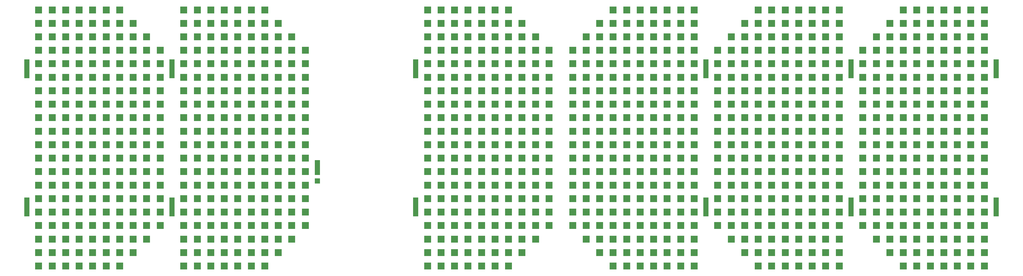
<source format=gtp>
%FSLAX44Y44*%
%MOMM*%
G71*
G01*
G75*
G04 Layer_Color=8421504*
%ADD10R,1.5000X4.4000*%
%ADD11R,1.5000X1.5000*%
%ADD12R,1.5000X5.6000*%
%ADD13R,2.0000X2.0000*%
%ADD14C,0.2000*%
%ADD15C,1.5000*%
%ADD16C,6.5000*%
%ADD17C,1.3000*%
%ADD18C,2.0000*%
%ADD19C,0.3500*%
%ADD20O,1.9000X1.3500*%
%ADD21O,1.3500X1.9000*%
%ADD22R,0.8000X1.3000*%
%ADD23R,2.1000X3.0000*%
%ADD24R,3.0000X2.1000*%
%ADD25R,1.3000X0.8000*%
%ADD26O,1.7000X0.4500*%
%ADD27R,2.0000X6.0000*%
%ADD28R,6.0000X6.0000*%
%ADD29R,11.6366X7.8000*%
%ADD30R,5.3000X10.2750*%
D10*
X1016000Y-487680D02*
D03*
D11*
Y-527680D02*
D03*
D12*
X3027500Y-195000D02*
D03*
Y-605000D02*
D03*
X2597500D02*
D03*
Y-195000D02*
D03*
X2167500D02*
D03*
Y-605000D02*
D03*
X155000Y-195000D02*
D03*
Y-605000D02*
D03*
X585000D02*
D03*
Y-195000D02*
D03*
X1307500D02*
D03*
Y-605000D02*
D03*
D13*
X2632500Y-180000D02*
D03*
Y-220000D02*
D03*
Y-260000D02*
D03*
Y-300000D02*
D03*
Y-340000D02*
D03*
Y-380000D02*
D03*
Y-420000D02*
D03*
Y-460000D02*
D03*
Y-500000D02*
D03*
Y-540000D02*
D03*
Y-580000D02*
D03*
Y-620000D02*
D03*
Y-660000D02*
D03*
X2672500Y-140000D02*
D03*
Y-180000D02*
D03*
Y-220000D02*
D03*
Y-260000D02*
D03*
Y-300000D02*
D03*
Y-340000D02*
D03*
Y-380000D02*
D03*
Y-420000D02*
D03*
Y-460000D02*
D03*
Y-500000D02*
D03*
Y-540000D02*
D03*
Y-580000D02*
D03*
Y-620000D02*
D03*
Y-660000D02*
D03*
Y-700000D02*
D03*
X2712500Y-100000D02*
D03*
Y-140000D02*
D03*
Y-180000D02*
D03*
Y-220000D02*
D03*
Y-260000D02*
D03*
Y-300000D02*
D03*
Y-340000D02*
D03*
Y-380000D02*
D03*
Y-420000D02*
D03*
Y-460000D02*
D03*
Y-500000D02*
D03*
Y-540000D02*
D03*
Y-580000D02*
D03*
Y-620000D02*
D03*
Y-660000D02*
D03*
Y-700000D02*
D03*
Y-740000D02*
D03*
X2752500Y-60000D02*
D03*
Y-100000D02*
D03*
Y-140000D02*
D03*
Y-180000D02*
D03*
Y-220000D02*
D03*
Y-260000D02*
D03*
Y-300000D02*
D03*
Y-340000D02*
D03*
Y-380000D02*
D03*
Y-420000D02*
D03*
Y-460000D02*
D03*
Y-500000D02*
D03*
Y-540000D02*
D03*
Y-580000D02*
D03*
Y-620000D02*
D03*
Y-660000D02*
D03*
Y-700000D02*
D03*
Y-740000D02*
D03*
Y-780000D02*
D03*
X2792500Y-60000D02*
D03*
Y-100000D02*
D03*
Y-140000D02*
D03*
Y-180000D02*
D03*
Y-220000D02*
D03*
Y-260000D02*
D03*
Y-300000D02*
D03*
Y-340000D02*
D03*
Y-380000D02*
D03*
Y-420000D02*
D03*
Y-460000D02*
D03*
Y-500000D02*
D03*
Y-540000D02*
D03*
Y-580000D02*
D03*
Y-620000D02*
D03*
Y-660000D02*
D03*
Y-700000D02*
D03*
Y-740000D02*
D03*
Y-780000D02*
D03*
X2832500Y-60000D02*
D03*
Y-100000D02*
D03*
Y-140000D02*
D03*
Y-180000D02*
D03*
Y-220000D02*
D03*
Y-260000D02*
D03*
Y-300000D02*
D03*
Y-340000D02*
D03*
Y-380000D02*
D03*
Y-420000D02*
D03*
Y-460000D02*
D03*
Y-500000D02*
D03*
Y-540000D02*
D03*
Y-580000D02*
D03*
Y-620000D02*
D03*
Y-660000D02*
D03*
Y-700000D02*
D03*
Y-740000D02*
D03*
Y-780000D02*
D03*
X2872500Y-60000D02*
D03*
Y-100000D02*
D03*
Y-140000D02*
D03*
Y-180000D02*
D03*
Y-220000D02*
D03*
Y-260000D02*
D03*
Y-300000D02*
D03*
Y-340000D02*
D03*
Y-380000D02*
D03*
Y-420000D02*
D03*
Y-460000D02*
D03*
Y-500000D02*
D03*
Y-540000D02*
D03*
Y-580000D02*
D03*
Y-620000D02*
D03*
Y-660000D02*
D03*
Y-700000D02*
D03*
Y-740000D02*
D03*
Y-780000D02*
D03*
X2912500Y-60000D02*
D03*
Y-100000D02*
D03*
Y-140000D02*
D03*
Y-180000D02*
D03*
Y-220000D02*
D03*
Y-260000D02*
D03*
Y-300000D02*
D03*
Y-340000D02*
D03*
Y-380000D02*
D03*
Y-420000D02*
D03*
Y-460000D02*
D03*
Y-500000D02*
D03*
Y-540000D02*
D03*
Y-580000D02*
D03*
Y-620000D02*
D03*
Y-660000D02*
D03*
Y-700000D02*
D03*
Y-740000D02*
D03*
Y-780000D02*
D03*
X2952500Y-60000D02*
D03*
Y-100000D02*
D03*
Y-140000D02*
D03*
Y-180000D02*
D03*
Y-220000D02*
D03*
Y-260000D02*
D03*
Y-300000D02*
D03*
Y-340000D02*
D03*
Y-380000D02*
D03*
Y-420000D02*
D03*
Y-460000D02*
D03*
Y-500000D02*
D03*
Y-540000D02*
D03*
Y-580000D02*
D03*
Y-620000D02*
D03*
Y-660000D02*
D03*
Y-700000D02*
D03*
Y-740000D02*
D03*
Y-780000D02*
D03*
X2992500Y-60000D02*
D03*
Y-100000D02*
D03*
Y-140000D02*
D03*
Y-180000D02*
D03*
Y-220000D02*
D03*
Y-260000D02*
D03*
Y-300000D02*
D03*
Y-340000D02*
D03*
Y-380000D02*
D03*
Y-420000D02*
D03*
Y-460000D02*
D03*
Y-500000D02*
D03*
Y-540000D02*
D03*
Y-580000D02*
D03*
Y-620000D02*
D03*
Y-660000D02*
D03*
Y-700000D02*
D03*
Y-740000D02*
D03*
Y-780000D02*
D03*
Y-20000D02*
D03*
X2952500D02*
D03*
X2912500D02*
D03*
X2872500D02*
D03*
X2832500D02*
D03*
X2792500D02*
D03*
X2752500D02*
D03*
X2712500Y-60000D02*
D03*
X2672500Y-100000D02*
D03*
X2632500Y-140000D02*
D03*
X2202500D02*
D03*
X2242500Y-100000D02*
D03*
X2282500Y-60000D02*
D03*
X2322500Y-20000D02*
D03*
X2362500D02*
D03*
X2402500D02*
D03*
X2442500D02*
D03*
X2482500D02*
D03*
X2522500D02*
D03*
X2562500D02*
D03*
Y-780000D02*
D03*
Y-740000D02*
D03*
Y-700000D02*
D03*
Y-660000D02*
D03*
Y-620000D02*
D03*
Y-580000D02*
D03*
Y-540000D02*
D03*
Y-500000D02*
D03*
Y-460000D02*
D03*
Y-420000D02*
D03*
Y-380000D02*
D03*
Y-340000D02*
D03*
Y-300000D02*
D03*
Y-260000D02*
D03*
Y-220000D02*
D03*
Y-180000D02*
D03*
Y-140000D02*
D03*
Y-100000D02*
D03*
Y-60000D02*
D03*
X2522500Y-780000D02*
D03*
Y-740000D02*
D03*
Y-700000D02*
D03*
Y-660000D02*
D03*
Y-620000D02*
D03*
Y-580000D02*
D03*
Y-540000D02*
D03*
Y-500000D02*
D03*
Y-460000D02*
D03*
Y-420000D02*
D03*
Y-380000D02*
D03*
Y-340000D02*
D03*
Y-300000D02*
D03*
Y-260000D02*
D03*
Y-220000D02*
D03*
Y-180000D02*
D03*
Y-140000D02*
D03*
Y-100000D02*
D03*
Y-60000D02*
D03*
X2482500Y-780000D02*
D03*
Y-740000D02*
D03*
Y-700000D02*
D03*
Y-660000D02*
D03*
Y-620000D02*
D03*
Y-580000D02*
D03*
Y-540000D02*
D03*
Y-500000D02*
D03*
Y-460000D02*
D03*
Y-420000D02*
D03*
Y-380000D02*
D03*
Y-340000D02*
D03*
Y-300000D02*
D03*
Y-260000D02*
D03*
Y-220000D02*
D03*
Y-180000D02*
D03*
Y-140000D02*
D03*
Y-100000D02*
D03*
Y-60000D02*
D03*
X2442500Y-780000D02*
D03*
Y-740000D02*
D03*
Y-700000D02*
D03*
Y-660000D02*
D03*
Y-620000D02*
D03*
Y-580000D02*
D03*
Y-540000D02*
D03*
Y-500000D02*
D03*
Y-460000D02*
D03*
Y-420000D02*
D03*
Y-380000D02*
D03*
Y-340000D02*
D03*
Y-300000D02*
D03*
Y-260000D02*
D03*
Y-220000D02*
D03*
Y-180000D02*
D03*
Y-140000D02*
D03*
Y-100000D02*
D03*
Y-60000D02*
D03*
X2402500Y-780000D02*
D03*
Y-740000D02*
D03*
Y-700000D02*
D03*
Y-660000D02*
D03*
Y-620000D02*
D03*
Y-580000D02*
D03*
Y-540000D02*
D03*
Y-500000D02*
D03*
Y-460000D02*
D03*
Y-420000D02*
D03*
Y-380000D02*
D03*
Y-340000D02*
D03*
Y-300000D02*
D03*
Y-260000D02*
D03*
Y-220000D02*
D03*
Y-180000D02*
D03*
Y-140000D02*
D03*
Y-100000D02*
D03*
Y-60000D02*
D03*
X2362500Y-780000D02*
D03*
Y-740000D02*
D03*
Y-700000D02*
D03*
Y-660000D02*
D03*
Y-620000D02*
D03*
Y-580000D02*
D03*
Y-540000D02*
D03*
Y-500000D02*
D03*
Y-460000D02*
D03*
Y-420000D02*
D03*
Y-380000D02*
D03*
Y-340000D02*
D03*
Y-300000D02*
D03*
Y-260000D02*
D03*
Y-220000D02*
D03*
Y-180000D02*
D03*
Y-140000D02*
D03*
Y-100000D02*
D03*
Y-60000D02*
D03*
X2322500Y-780000D02*
D03*
Y-740000D02*
D03*
Y-700000D02*
D03*
Y-660000D02*
D03*
Y-620000D02*
D03*
Y-580000D02*
D03*
Y-540000D02*
D03*
Y-500000D02*
D03*
Y-460000D02*
D03*
Y-420000D02*
D03*
Y-380000D02*
D03*
Y-340000D02*
D03*
Y-300000D02*
D03*
Y-260000D02*
D03*
Y-220000D02*
D03*
Y-180000D02*
D03*
Y-140000D02*
D03*
Y-100000D02*
D03*
Y-60000D02*
D03*
X2282500Y-740000D02*
D03*
Y-700000D02*
D03*
Y-660000D02*
D03*
Y-620000D02*
D03*
Y-580000D02*
D03*
Y-540000D02*
D03*
Y-500000D02*
D03*
Y-460000D02*
D03*
Y-420000D02*
D03*
Y-380000D02*
D03*
Y-340000D02*
D03*
Y-300000D02*
D03*
Y-260000D02*
D03*
Y-220000D02*
D03*
Y-180000D02*
D03*
Y-140000D02*
D03*
Y-100000D02*
D03*
X2242500Y-700000D02*
D03*
Y-660000D02*
D03*
Y-620000D02*
D03*
Y-580000D02*
D03*
Y-540000D02*
D03*
Y-500000D02*
D03*
Y-460000D02*
D03*
Y-420000D02*
D03*
Y-380000D02*
D03*
Y-340000D02*
D03*
Y-300000D02*
D03*
Y-260000D02*
D03*
Y-220000D02*
D03*
Y-180000D02*
D03*
Y-140000D02*
D03*
X2202500Y-660000D02*
D03*
Y-620000D02*
D03*
Y-580000D02*
D03*
Y-540000D02*
D03*
Y-500000D02*
D03*
Y-460000D02*
D03*
Y-420000D02*
D03*
Y-380000D02*
D03*
Y-340000D02*
D03*
Y-300000D02*
D03*
Y-260000D02*
D03*
Y-220000D02*
D03*
Y-180000D02*
D03*
X1772500D02*
D03*
Y-220000D02*
D03*
Y-260000D02*
D03*
Y-300000D02*
D03*
Y-340000D02*
D03*
Y-380000D02*
D03*
Y-420000D02*
D03*
Y-460000D02*
D03*
Y-500000D02*
D03*
Y-540000D02*
D03*
Y-580000D02*
D03*
Y-620000D02*
D03*
Y-660000D02*
D03*
X1812500Y-140000D02*
D03*
Y-180000D02*
D03*
Y-220000D02*
D03*
Y-260000D02*
D03*
Y-300000D02*
D03*
Y-340000D02*
D03*
Y-380000D02*
D03*
Y-420000D02*
D03*
Y-460000D02*
D03*
Y-500000D02*
D03*
Y-540000D02*
D03*
Y-580000D02*
D03*
Y-620000D02*
D03*
Y-660000D02*
D03*
Y-700000D02*
D03*
X1852500Y-100000D02*
D03*
Y-140000D02*
D03*
Y-180000D02*
D03*
Y-220000D02*
D03*
Y-260000D02*
D03*
Y-300000D02*
D03*
Y-340000D02*
D03*
Y-380000D02*
D03*
Y-420000D02*
D03*
Y-460000D02*
D03*
Y-500000D02*
D03*
Y-540000D02*
D03*
Y-580000D02*
D03*
Y-620000D02*
D03*
Y-660000D02*
D03*
Y-700000D02*
D03*
Y-740000D02*
D03*
X1892500Y-60000D02*
D03*
Y-100000D02*
D03*
Y-140000D02*
D03*
Y-180000D02*
D03*
Y-220000D02*
D03*
Y-260000D02*
D03*
Y-300000D02*
D03*
Y-340000D02*
D03*
Y-380000D02*
D03*
Y-420000D02*
D03*
Y-460000D02*
D03*
Y-500000D02*
D03*
Y-540000D02*
D03*
Y-580000D02*
D03*
Y-620000D02*
D03*
Y-660000D02*
D03*
Y-700000D02*
D03*
Y-740000D02*
D03*
Y-780000D02*
D03*
X1932500Y-60000D02*
D03*
Y-100000D02*
D03*
Y-140000D02*
D03*
Y-180000D02*
D03*
Y-220000D02*
D03*
Y-260000D02*
D03*
Y-300000D02*
D03*
Y-340000D02*
D03*
Y-380000D02*
D03*
Y-420000D02*
D03*
Y-460000D02*
D03*
Y-500000D02*
D03*
Y-540000D02*
D03*
Y-580000D02*
D03*
Y-620000D02*
D03*
Y-660000D02*
D03*
Y-700000D02*
D03*
Y-740000D02*
D03*
Y-780000D02*
D03*
X1972500Y-60000D02*
D03*
Y-100000D02*
D03*
Y-140000D02*
D03*
Y-180000D02*
D03*
Y-220000D02*
D03*
Y-260000D02*
D03*
Y-300000D02*
D03*
Y-340000D02*
D03*
Y-380000D02*
D03*
Y-420000D02*
D03*
Y-460000D02*
D03*
Y-500000D02*
D03*
Y-540000D02*
D03*
Y-580000D02*
D03*
Y-620000D02*
D03*
Y-660000D02*
D03*
Y-700000D02*
D03*
Y-740000D02*
D03*
Y-780000D02*
D03*
X2012500Y-60000D02*
D03*
Y-100000D02*
D03*
Y-140000D02*
D03*
Y-180000D02*
D03*
Y-220000D02*
D03*
Y-260000D02*
D03*
Y-300000D02*
D03*
Y-340000D02*
D03*
Y-380000D02*
D03*
Y-420000D02*
D03*
Y-460000D02*
D03*
Y-500000D02*
D03*
Y-540000D02*
D03*
Y-580000D02*
D03*
Y-620000D02*
D03*
Y-660000D02*
D03*
Y-700000D02*
D03*
Y-740000D02*
D03*
Y-780000D02*
D03*
X2052500Y-60000D02*
D03*
Y-100000D02*
D03*
Y-140000D02*
D03*
Y-180000D02*
D03*
Y-220000D02*
D03*
Y-260000D02*
D03*
Y-300000D02*
D03*
Y-340000D02*
D03*
Y-380000D02*
D03*
Y-420000D02*
D03*
Y-460000D02*
D03*
Y-500000D02*
D03*
Y-540000D02*
D03*
Y-580000D02*
D03*
Y-620000D02*
D03*
Y-660000D02*
D03*
Y-700000D02*
D03*
Y-740000D02*
D03*
Y-780000D02*
D03*
X2092500Y-60000D02*
D03*
Y-100000D02*
D03*
Y-140000D02*
D03*
Y-180000D02*
D03*
Y-220000D02*
D03*
Y-260000D02*
D03*
Y-300000D02*
D03*
Y-340000D02*
D03*
Y-380000D02*
D03*
Y-420000D02*
D03*
Y-460000D02*
D03*
Y-500000D02*
D03*
Y-540000D02*
D03*
Y-580000D02*
D03*
Y-620000D02*
D03*
Y-660000D02*
D03*
Y-700000D02*
D03*
Y-740000D02*
D03*
Y-780000D02*
D03*
X2132500Y-60000D02*
D03*
Y-100000D02*
D03*
Y-140000D02*
D03*
Y-180000D02*
D03*
Y-220000D02*
D03*
Y-260000D02*
D03*
Y-300000D02*
D03*
Y-340000D02*
D03*
Y-380000D02*
D03*
Y-420000D02*
D03*
Y-460000D02*
D03*
Y-500000D02*
D03*
Y-540000D02*
D03*
Y-580000D02*
D03*
Y-620000D02*
D03*
Y-660000D02*
D03*
Y-700000D02*
D03*
Y-740000D02*
D03*
Y-780000D02*
D03*
Y-20000D02*
D03*
X2092500D02*
D03*
X2052500D02*
D03*
X2012500D02*
D03*
X1972500D02*
D03*
X1932500D02*
D03*
X1892500D02*
D03*
X1852500Y-60000D02*
D03*
X1812500Y-100000D02*
D03*
X1772500Y-140000D02*
D03*
X550000Y-660000D02*
D03*
X510000Y-700000D02*
D03*
X470000Y-740000D02*
D03*
X430000Y-780000D02*
D03*
X390000D02*
D03*
X350000D02*
D03*
X310000D02*
D03*
X270000D02*
D03*
X230000D02*
D03*
X190000D02*
D03*
Y-20000D02*
D03*
Y-60000D02*
D03*
Y-100000D02*
D03*
Y-140000D02*
D03*
Y-180000D02*
D03*
Y-220000D02*
D03*
Y-260000D02*
D03*
Y-300000D02*
D03*
Y-340000D02*
D03*
Y-380000D02*
D03*
Y-420000D02*
D03*
Y-460000D02*
D03*
Y-500000D02*
D03*
Y-540000D02*
D03*
Y-580000D02*
D03*
Y-620000D02*
D03*
Y-660000D02*
D03*
Y-700000D02*
D03*
Y-740000D02*
D03*
X230000Y-20000D02*
D03*
Y-60000D02*
D03*
Y-100000D02*
D03*
Y-140000D02*
D03*
Y-180000D02*
D03*
Y-220000D02*
D03*
Y-260000D02*
D03*
Y-300000D02*
D03*
Y-340000D02*
D03*
Y-380000D02*
D03*
Y-420000D02*
D03*
Y-460000D02*
D03*
Y-500000D02*
D03*
Y-540000D02*
D03*
Y-580000D02*
D03*
Y-620000D02*
D03*
Y-660000D02*
D03*
Y-700000D02*
D03*
Y-740000D02*
D03*
X270000Y-20000D02*
D03*
Y-60000D02*
D03*
Y-100000D02*
D03*
Y-140000D02*
D03*
Y-180000D02*
D03*
Y-220000D02*
D03*
Y-260000D02*
D03*
Y-300000D02*
D03*
Y-340000D02*
D03*
Y-380000D02*
D03*
Y-420000D02*
D03*
Y-460000D02*
D03*
Y-500000D02*
D03*
Y-540000D02*
D03*
Y-580000D02*
D03*
Y-620000D02*
D03*
Y-660000D02*
D03*
Y-700000D02*
D03*
Y-740000D02*
D03*
X310000Y-20000D02*
D03*
Y-60000D02*
D03*
Y-100000D02*
D03*
Y-140000D02*
D03*
Y-180000D02*
D03*
Y-220000D02*
D03*
Y-260000D02*
D03*
Y-300000D02*
D03*
Y-340000D02*
D03*
Y-380000D02*
D03*
Y-420000D02*
D03*
Y-460000D02*
D03*
Y-500000D02*
D03*
Y-540000D02*
D03*
Y-580000D02*
D03*
Y-620000D02*
D03*
Y-660000D02*
D03*
Y-700000D02*
D03*
Y-740000D02*
D03*
X350000Y-20000D02*
D03*
Y-60000D02*
D03*
Y-100000D02*
D03*
Y-140000D02*
D03*
Y-180000D02*
D03*
Y-220000D02*
D03*
Y-260000D02*
D03*
Y-300000D02*
D03*
Y-340000D02*
D03*
Y-380000D02*
D03*
Y-420000D02*
D03*
Y-460000D02*
D03*
Y-500000D02*
D03*
Y-540000D02*
D03*
Y-580000D02*
D03*
Y-620000D02*
D03*
Y-660000D02*
D03*
Y-700000D02*
D03*
Y-740000D02*
D03*
X390000Y-20000D02*
D03*
Y-60000D02*
D03*
Y-100000D02*
D03*
Y-140000D02*
D03*
Y-180000D02*
D03*
Y-220000D02*
D03*
Y-260000D02*
D03*
Y-300000D02*
D03*
Y-340000D02*
D03*
Y-380000D02*
D03*
Y-420000D02*
D03*
Y-460000D02*
D03*
Y-500000D02*
D03*
Y-540000D02*
D03*
Y-580000D02*
D03*
Y-620000D02*
D03*
Y-660000D02*
D03*
Y-700000D02*
D03*
Y-740000D02*
D03*
X430000Y-20000D02*
D03*
Y-60000D02*
D03*
Y-100000D02*
D03*
Y-140000D02*
D03*
Y-180000D02*
D03*
Y-220000D02*
D03*
Y-260000D02*
D03*
Y-300000D02*
D03*
Y-340000D02*
D03*
Y-380000D02*
D03*
Y-420000D02*
D03*
Y-460000D02*
D03*
Y-500000D02*
D03*
Y-540000D02*
D03*
Y-580000D02*
D03*
Y-620000D02*
D03*
Y-660000D02*
D03*
Y-700000D02*
D03*
Y-740000D02*
D03*
X470000Y-60000D02*
D03*
Y-100000D02*
D03*
Y-140000D02*
D03*
Y-180000D02*
D03*
Y-220000D02*
D03*
Y-260000D02*
D03*
Y-300000D02*
D03*
Y-340000D02*
D03*
Y-380000D02*
D03*
Y-420000D02*
D03*
Y-460000D02*
D03*
Y-500000D02*
D03*
Y-540000D02*
D03*
Y-580000D02*
D03*
Y-620000D02*
D03*
Y-660000D02*
D03*
Y-700000D02*
D03*
X510000Y-100000D02*
D03*
Y-140000D02*
D03*
Y-180000D02*
D03*
Y-220000D02*
D03*
Y-260000D02*
D03*
Y-300000D02*
D03*
Y-340000D02*
D03*
Y-380000D02*
D03*
Y-420000D02*
D03*
Y-460000D02*
D03*
Y-500000D02*
D03*
Y-540000D02*
D03*
Y-580000D02*
D03*
Y-620000D02*
D03*
Y-660000D02*
D03*
X550000Y-140000D02*
D03*
Y-180000D02*
D03*
Y-220000D02*
D03*
Y-260000D02*
D03*
Y-300000D02*
D03*
Y-340000D02*
D03*
Y-380000D02*
D03*
Y-420000D02*
D03*
Y-460000D02*
D03*
Y-500000D02*
D03*
Y-540000D02*
D03*
Y-580000D02*
D03*
Y-620000D02*
D03*
X980000D02*
D03*
Y-580000D02*
D03*
Y-540000D02*
D03*
Y-500000D02*
D03*
Y-460000D02*
D03*
Y-420000D02*
D03*
Y-380000D02*
D03*
Y-340000D02*
D03*
Y-300000D02*
D03*
Y-260000D02*
D03*
Y-220000D02*
D03*
Y-180000D02*
D03*
Y-140000D02*
D03*
X940000Y-660000D02*
D03*
Y-620000D02*
D03*
Y-580000D02*
D03*
Y-540000D02*
D03*
Y-500000D02*
D03*
Y-460000D02*
D03*
Y-420000D02*
D03*
Y-380000D02*
D03*
Y-340000D02*
D03*
Y-300000D02*
D03*
Y-260000D02*
D03*
Y-220000D02*
D03*
Y-180000D02*
D03*
Y-140000D02*
D03*
Y-100000D02*
D03*
X900000Y-700000D02*
D03*
Y-660000D02*
D03*
Y-620000D02*
D03*
Y-580000D02*
D03*
Y-540000D02*
D03*
Y-500000D02*
D03*
Y-460000D02*
D03*
Y-420000D02*
D03*
Y-380000D02*
D03*
Y-340000D02*
D03*
Y-300000D02*
D03*
Y-260000D02*
D03*
Y-220000D02*
D03*
Y-180000D02*
D03*
Y-140000D02*
D03*
Y-100000D02*
D03*
Y-60000D02*
D03*
X860000Y-740000D02*
D03*
Y-700000D02*
D03*
Y-660000D02*
D03*
Y-620000D02*
D03*
Y-580000D02*
D03*
Y-540000D02*
D03*
Y-500000D02*
D03*
Y-460000D02*
D03*
Y-420000D02*
D03*
Y-380000D02*
D03*
Y-340000D02*
D03*
Y-300000D02*
D03*
Y-260000D02*
D03*
Y-220000D02*
D03*
Y-180000D02*
D03*
Y-140000D02*
D03*
Y-100000D02*
D03*
Y-60000D02*
D03*
Y-20000D02*
D03*
X820000Y-740000D02*
D03*
Y-700000D02*
D03*
Y-660000D02*
D03*
Y-620000D02*
D03*
Y-580000D02*
D03*
Y-540000D02*
D03*
Y-500000D02*
D03*
Y-460000D02*
D03*
Y-420000D02*
D03*
Y-380000D02*
D03*
Y-340000D02*
D03*
Y-300000D02*
D03*
Y-260000D02*
D03*
Y-220000D02*
D03*
Y-180000D02*
D03*
Y-140000D02*
D03*
Y-100000D02*
D03*
Y-60000D02*
D03*
Y-20000D02*
D03*
X780000Y-740000D02*
D03*
Y-700000D02*
D03*
Y-660000D02*
D03*
Y-620000D02*
D03*
Y-580000D02*
D03*
Y-540000D02*
D03*
Y-500000D02*
D03*
Y-460000D02*
D03*
Y-420000D02*
D03*
Y-380000D02*
D03*
Y-340000D02*
D03*
Y-300000D02*
D03*
Y-260000D02*
D03*
Y-220000D02*
D03*
Y-180000D02*
D03*
Y-140000D02*
D03*
Y-100000D02*
D03*
Y-60000D02*
D03*
Y-20000D02*
D03*
X740000Y-740000D02*
D03*
Y-700000D02*
D03*
Y-660000D02*
D03*
Y-620000D02*
D03*
Y-580000D02*
D03*
Y-540000D02*
D03*
Y-500000D02*
D03*
Y-460000D02*
D03*
Y-420000D02*
D03*
Y-380000D02*
D03*
Y-340000D02*
D03*
Y-300000D02*
D03*
Y-260000D02*
D03*
Y-220000D02*
D03*
Y-180000D02*
D03*
Y-140000D02*
D03*
Y-100000D02*
D03*
Y-60000D02*
D03*
Y-20000D02*
D03*
X700000Y-740000D02*
D03*
Y-700000D02*
D03*
Y-660000D02*
D03*
Y-620000D02*
D03*
Y-580000D02*
D03*
Y-540000D02*
D03*
Y-500000D02*
D03*
Y-460000D02*
D03*
Y-420000D02*
D03*
Y-380000D02*
D03*
Y-340000D02*
D03*
Y-300000D02*
D03*
Y-260000D02*
D03*
Y-220000D02*
D03*
Y-180000D02*
D03*
Y-140000D02*
D03*
Y-100000D02*
D03*
Y-60000D02*
D03*
Y-20000D02*
D03*
X660000Y-740000D02*
D03*
Y-700000D02*
D03*
Y-660000D02*
D03*
Y-620000D02*
D03*
Y-580000D02*
D03*
Y-540000D02*
D03*
Y-500000D02*
D03*
Y-460000D02*
D03*
Y-420000D02*
D03*
Y-380000D02*
D03*
Y-340000D02*
D03*
Y-300000D02*
D03*
Y-260000D02*
D03*
Y-220000D02*
D03*
Y-180000D02*
D03*
Y-140000D02*
D03*
Y-100000D02*
D03*
Y-60000D02*
D03*
Y-20000D02*
D03*
X620000Y-740000D02*
D03*
Y-700000D02*
D03*
Y-660000D02*
D03*
Y-620000D02*
D03*
Y-580000D02*
D03*
Y-540000D02*
D03*
Y-500000D02*
D03*
Y-460000D02*
D03*
Y-420000D02*
D03*
Y-380000D02*
D03*
Y-340000D02*
D03*
Y-300000D02*
D03*
Y-260000D02*
D03*
Y-220000D02*
D03*
Y-180000D02*
D03*
Y-140000D02*
D03*
Y-100000D02*
D03*
Y-60000D02*
D03*
Y-20000D02*
D03*
Y-780000D02*
D03*
X660000D02*
D03*
X700000D02*
D03*
X740000D02*
D03*
X780000D02*
D03*
X820000D02*
D03*
X860000D02*
D03*
X900000Y-740000D02*
D03*
X940000Y-700000D02*
D03*
X980000Y-660000D02*
D03*
X1702500D02*
D03*
X1662500Y-700000D02*
D03*
X1622500Y-740000D02*
D03*
X1582500Y-780000D02*
D03*
X1542500D02*
D03*
X1502500D02*
D03*
X1462500D02*
D03*
X1422500D02*
D03*
X1382500D02*
D03*
X1342500D02*
D03*
Y-20000D02*
D03*
Y-60000D02*
D03*
Y-100000D02*
D03*
Y-140000D02*
D03*
Y-180000D02*
D03*
Y-220000D02*
D03*
Y-260000D02*
D03*
Y-300000D02*
D03*
Y-340000D02*
D03*
Y-380000D02*
D03*
Y-420000D02*
D03*
Y-460000D02*
D03*
Y-500000D02*
D03*
Y-540000D02*
D03*
Y-580000D02*
D03*
Y-620000D02*
D03*
Y-660000D02*
D03*
Y-700000D02*
D03*
Y-740000D02*
D03*
X1382500Y-20000D02*
D03*
Y-60000D02*
D03*
Y-100000D02*
D03*
Y-140000D02*
D03*
Y-180000D02*
D03*
Y-220000D02*
D03*
Y-260000D02*
D03*
Y-300000D02*
D03*
Y-340000D02*
D03*
Y-380000D02*
D03*
Y-420000D02*
D03*
Y-460000D02*
D03*
Y-500000D02*
D03*
Y-540000D02*
D03*
Y-580000D02*
D03*
Y-620000D02*
D03*
Y-660000D02*
D03*
Y-700000D02*
D03*
Y-740000D02*
D03*
X1422500Y-20000D02*
D03*
Y-60000D02*
D03*
Y-100000D02*
D03*
Y-140000D02*
D03*
Y-180000D02*
D03*
Y-220000D02*
D03*
Y-260000D02*
D03*
Y-300000D02*
D03*
Y-340000D02*
D03*
Y-380000D02*
D03*
Y-420000D02*
D03*
Y-460000D02*
D03*
Y-500000D02*
D03*
Y-540000D02*
D03*
Y-580000D02*
D03*
Y-620000D02*
D03*
Y-660000D02*
D03*
Y-700000D02*
D03*
Y-740000D02*
D03*
X1462500Y-20000D02*
D03*
Y-60000D02*
D03*
Y-100000D02*
D03*
Y-140000D02*
D03*
Y-180000D02*
D03*
Y-220000D02*
D03*
Y-260000D02*
D03*
Y-300000D02*
D03*
Y-340000D02*
D03*
Y-380000D02*
D03*
Y-420000D02*
D03*
Y-460000D02*
D03*
Y-500000D02*
D03*
Y-540000D02*
D03*
Y-580000D02*
D03*
Y-620000D02*
D03*
Y-660000D02*
D03*
Y-700000D02*
D03*
Y-740000D02*
D03*
X1502500Y-20000D02*
D03*
Y-60000D02*
D03*
Y-100000D02*
D03*
Y-140000D02*
D03*
Y-180000D02*
D03*
Y-220000D02*
D03*
Y-260000D02*
D03*
Y-300000D02*
D03*
Y-340000D02*
D03*
Y-380000D02*
D03*
Y-420000D02*
D03*
Y-460000D02*
D03*
Y-500000D02*
D03*
Y-540000D02*
D03*
Y-580000D02*
D03*
Y-620000D02*
D03*
Y-660000D02*
D03*
Y-700000D02*
D03*
Y-740000D02*
D03*
X1542500Y-20000D02*
D03*
Y-60000D02*
D03*
Y-100000D02*
D03*
Y-140000D02*
D03*
Y-180000D02*
D03*
Y-220000D02*
D03*
Y-260000D02*
D03*
Y-300000D02*
D03*
Y-340000D02*
D03*
Y-380000D02*
D03*
Y-420000D02*
D03*
Y-460000D02*
D03*
Y-500000D02*
D03*
Y-540000D02*
D03*
Y-580000D02*
D03*
Y-620000D02*
D03*
Y-660000D02*
D03*
Y-700000D02*
D03*
Y-740000D02*
D03*
X1582500Y-20000D02*
D03*
Y-60000D02*
D03*
Y-100000D02*
D03*
Y-140000D02*
D03*
Y-180000D02*
D03*
Y-220000D02*
D03*
Y-260000D02*
D03*
Y-300000D02*
D03*
Y-340000D02*
D03*
Y-380000D02*
D03*
Y-420000D02*
D03*
Y-460000D02*
D03*
Y-500000D02*
D03*
Y-540000D02*
D03*
Y-580000D02*
D03*
Y-620000D02*
D03*
Y-660000D02*
D03*
Y-700000D02*
D03*
Y-740000D02*
D03*
X1622500Y-60000D02*
D03*
Y-100000D02*
D03*
Y-140000D02*
D03*
Y-180000D02*
D03*
Y-220000D02*
D03*
Y-260000D02*
D03*
Y-300000D02*
D03*
Y-340000D02*
D03*
Y-380000D02*
D03*
Y-420000D02*
D03*
Y-460000D02*
D03*
Y-500000D02*
D03*
Y-540000D02*
D03*
Y-580000D02*
D03*
Y-620000D02*
D03*
Y-660000D02*
D03*
Y-700000D02*
D03*
X1662500Y-100000D02*
D03*
Y-140000D02*
D03*
Y-180000D02*
D03*
Y-220000D02*
D03*
Y-260000D02*
D03*
Y-300000D02*
D03*
Y-340000D02*
D03*
Y-380000D02*
D03*
Y-420000D02*
D03*
Y-460000D02*
D03*
Y-500000D02*
D03*
Y-540000D02*
D03*
Y-580000D02*
D03*
Y-620000D02*
D03*
Y-660000D02*
D03*
X1702500Y-140000D02*
D03*
Y-180000D02*
D03*
Y-220000D02*
D03*
Y-260000D02*
D03*
Y-300000D02*
D03*
Y-340000D02*
D03*
Y-380000D02*
D03*
Y-420000D02*
D03*
Y-460000D02*
D03*
Y-500000D02*
D03*
Y-540000D02*
D03*
Y-580000D02*
D03*
Y-620000D02*
D03*
M02*

</source>
